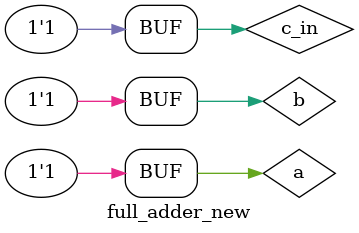
<source format=v>
module full_adder(s,c_out,a,b,c_in);
input a,b,c_in;
output s,c_out;
wire s_b,p,q;

half_adder n1(s_b,p,a,b);
half_adder n2(s,q,s_b,c_in);
nand_or n3(c_out,p,q);

endmodule

//test

module full_adder_new;
reg a,b,c_in;
wire s,c_out;

full_adder n1(s,c_out,a,b,c_in);
initial
	begin
	a=0; 
	b=0; c_in=0; #10;
	b=0; c_in=1; #10;
	b=1; c_in=0; #10;
	b=1; c_in=1; #10;
	a=1;
	b=0; c_in=0; #10;
	b=0; c_in=1; #10;
	b=1; c_in=0; #10;
	b=1; c_in=1; #10;
	end
endmodule	

</source>
